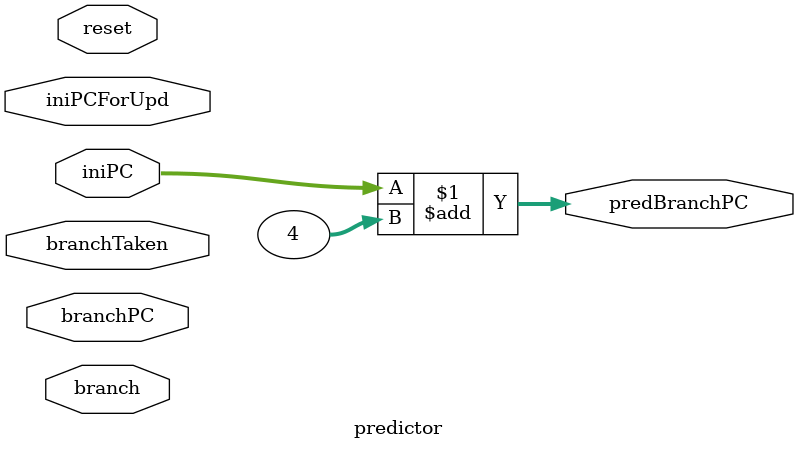
<source format=v>
`timescale 1ns / 1ps


module predictor(
        input branch,//IDÊÇ·ñ¼ì²âµ½BEQ
        input [31:0] iniPC,
        input [31:0] iniPCForUpd,
        input reset,
        input branchTaken,
        input [31:0] branchPC,
        output [31:0] predBranchPC 
    );
    //predict
    assign predBranchPC = iniPC + 4;
    //upd in ID
endmodule
/*
`timescale 1ns / 1ps
//////////////////////////////////////////////////////////////////////////////////
// Company: 
// Engineer: 
// 
// Create Date: 2023/05/28 17:51:58
// Design Name: 
// Module Name: predictor
// Project Name: 
// Target Devices: 
// Tool Versions: 
// Description: 
// 
// Dependencies: 
// 
// Revision:
// Revision 0.01 - File Created
// Additional Comments:
// 
//////////////////////////////////////////////////////////////////////////////////


module predictor(
        input branch,//IDÊÇ·ñ¼ì²âµ½BEQ
        input [31:0] iniPC,
        input [31:0] iniPCForUpd,
        input reset,
        input branchTaken,
        input [31:0] branchPC,
        output [31:0] predBranchPC 
    );
    reg [31:0] BTB[63:0];     //Branch target buffer
    reg [1:0] BHT[4095:0];    //Branch History Table
    wire [31:0] BTB_VALUE;//6bits index
    wire [1:0] BHT_VALUE;  //1024 * 2 * 2 12 bits
    reg [31:0] tmp;
    integer i;
    assign BTB_VALUE = BTB[iniPC & 6'b111111];
    assign BHT_VALUE = BHT[iniPC & 12'b111111111111];
    
    
    //predict
    assign predBranchPC = (BHT_VALUE & 2'b10) ? BTB_VALUE : iniPC + 4;
    //upd in ID
    always @ (iniPC or iniPCForUpd or branchTaken or branchPC)
    begin
        if(branch)
        begin
            tmp = branchPC;
            if (branchTaken == 1)
            begin
                if(BHT_VALUE < 2'b11) BHT[iniPCForUpd & 12'b111111111111] = BHT[iniPCForUpd & 12'b111111111111] + 1;
                BTB[iniPCForUpd & 6'b111111] = branchPC;
            end
            else
            begin
                if(BHT_VALUE > 2'b00) BHT[iniPCForUpd & 12'b111111111111] = BHT[iniPCForUpd & 12'b111111111111] - 1;
            end
        end
    end
    
    
    initial begin
        tmp = 0;
        for(i = 0; i < 64; i = i + 1)
        begin
            BTB[i] = 0;
        end
        
        for(i = 0; i < 4096; i = i + 1)
        begin
            BHT[i] = 0;
        end
    end
endmodule

*/
</source>
